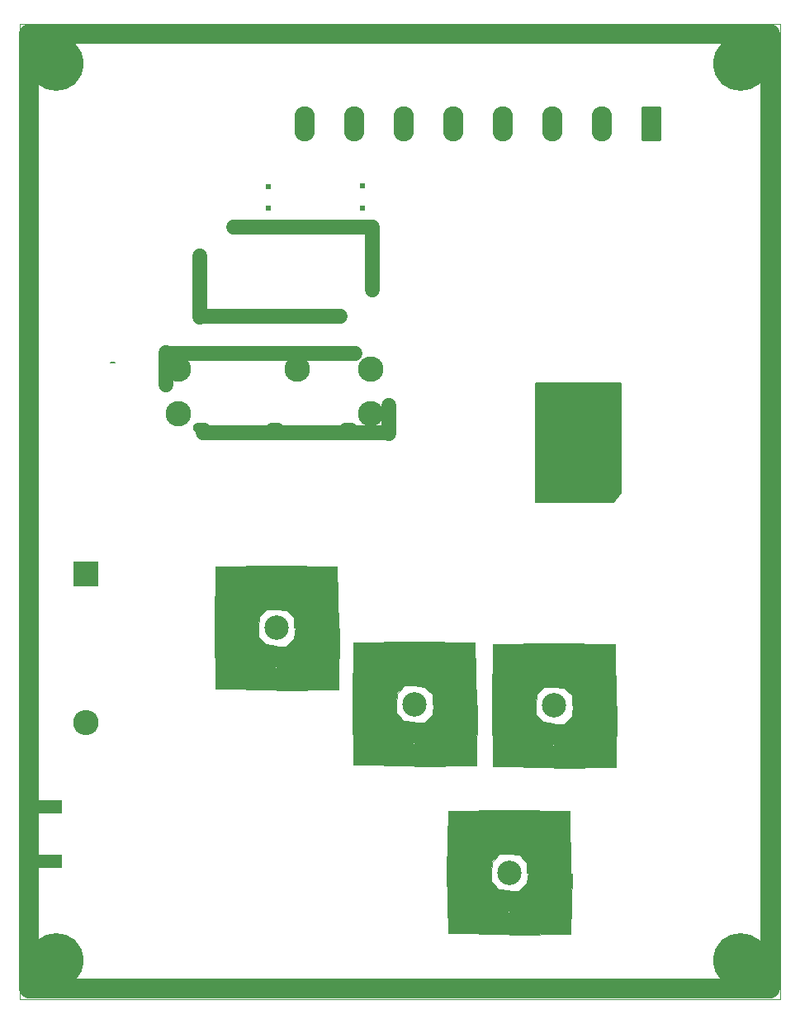
<source format=gbs>
G04 #@! TF.GenerationSoftware,KiCad,Pcbnew,(7.0.0-0)*
G04 #@! TF.CreationDate,2023-05-11T07:35:05+02:00*
G04 #@! TF.ProjectId,Filter-forest-v3,46696c74-6572-42d6-966f-726573742d76,rev?*
G04 #@! TF.SameCoordinates,Original*
G04 #@! TF.FileFunction,Soldermask,Bot*
G04 #@! TF.FilePolarity,Negative*
%FSLAX46Y46*%
G04 Gerber Fmt 4.6, Leading zero omitted, Abs format (unit mm)*
G04 Created by KiCad (PCBNEW (7.0.0-0)) date 2023-05-11 07:35:05*
%MOMM*%
%LPD*%
G01*
G04 APERTURE LIST*
G04 Aperture macros list*
%AMRoundRect*
0 Rectangle with rounded corners*
0 $1 Rounding radius*
0 $2 $3 $4 $5 $6 $7 $8 $9 X,Y pos of 4 corners*
0 Add a 4 corners polygon primitive as box body*
4,1,4,$2,$3,$4,$5,$6,$7,$8,$9,$2,$3,0*
0 Add four circle primitives for the rounded corners*
1,1,$1+$1,$2,$3*
1,1,$1+$1,$4,$5*
1,1,$1+$1,$6,$7*
1,1,$1+$1,$8,$9*
0 Add four rect primitives between the rounded corners*
20,1,$1+$1,$2,$3,$4,$5,0*
20,1,$1+$1,$4,$5,$6,$7,0*
20,1,$1+$1,$6,$7,$8,$9,0*
20,1,$1+$1,$8,$9,$2,$3,0*%
G04 Aperture macros list end*
%ADD10C,2.000000*%
%ADD11C,1.500000*%
%ADD12C,0.200000*%
%ADD13C,0.150000*%
%ADD14C,0.120000*%
%ADD15R,2.600000X2.600000*%
%ADD16O,2.600000X2.600000*%
%ADD17C,0.610000*%
%ADD18C,2.500000*%
%ADD19C,3.500000*%
%ADD20C,5.600000*%
%ADD21R,4.200000X1.350000*%
%ADD22RoundRect,0.249999X0.790001X1.550001X-0.790001X1.550001X-0.790001X-1.550001X0.790001X-1.550001X0*%
%ADD23O,2.080000X3.600000*%
%ADD24C,2.610000*%
%ADD25O,1.800000X1.000000*%
G04 #@! TA.AperFunction,Profile*
%ADD26C,0.100000*%
G04 #@! TD*
G04 APERTURE END LIST*
D10*
X89120000Y-30960000D02*
X165122978Y-30960000D01*
X165122978Y-30960000D02*
X165122978Y-128870000D01*
X165122978Y-128870000D02*
X89120000Y-128870000D01*
X89120000Y-128870000D02*
X89120000Y-30960000D01*
D11*
X126040000Y-69100000D02*
X126040000Y-71955000D01*
D12*
G36*
X149780000Y-78051166D02*
G01*
X149005646Y-78969585D01*
X141110000Y-78960000D01*
X141100000Y-78670000D01*
X141100000Y-69880000D01*
X141110000Y-66780000D01*
X144280000Y-66780000D01*
X149780000Y-66780000D01*
X149780000Y-78051166D01*
G37*
X149780000Y-78051166D02*
X149005646Y-78969585D01*
X141110000Y-78960000D01*
X141100000Y-78670000D01*
X141100000Y-69880000D01*
X141110000Y-66780000D01*
X144280000Y-66780000D01*
X149780000Y-66780000D01*
X149780000Y-78051166D01*
D13*
X97500000Y-64650000D02*
X97900000Y-64650000D01*
D11*
X103120000Y-66970000D02*
X103120000Y-63700000D01*
X103149375Y-63730000D02*
X122550625Y-63730000D01*
X126015000Y-71910000D02*
X106985000Y-71910000D01*
X121055000Y-59950000D02*
X106605000Y-59950000D01*
X106620000Y-59981000D02*
X106620000Y-53760000D01*
X124340000Y-57239000D02*
X124340000Y-50861000D01*
X110070000Y-50822000D02*
X124330000Y-50822000D01*
G36*
X128660000Y-97810000D02*
G01*
X127660000Y-97810000D01*
X126860000Y-98610000D01*
X126760000Y-99710000D01*
X122260000Y-99610000D01*
X122360000Y-93410000D01*
X128660000Y-93310000D01*
X128660000Y-97810000D01*
G37*
D14*
X128660000Y-97810000D02*
X127660000Y-97810000D01*
X126860000Y-98610000D01*
X126760000Y-99710000D01*
X122260000Y-99610000D01*
X122360000Y-93410000D01*
X128660000Y-93310000D01*
X128660000Y-97810000D01*
G36*
X126760000Y-100610000D02*
G01*
X127560000Y-101410000D01*
X128660000Y-101510000D01*
X128560000Y-106010000D01*
X122360000Y-105910000D01*
X122260000Y-99610000D01*
X126760000Y-99610000D01*
X126760000Y-100610000D01*
G37*
X126760000Y-100610000D02*
X127560000Y-101410000D01*
X128660000Y-101510000D01*
X128560000Y-106010000D01*
X122360000Y-105910000D01*
X122260000Y-99610000D01*
X126760000Y-99610000D01*
X126760000Y-100610000D01*
G36*
X134860000Y-93410000D02*
G01*
X134960000Y-99710000D01*
X130460000Y-99710000D01*
X130460000Y-98710000D01*
X129660000Y-97910000D01*
X128560000Y-97810000D01*
X128660000Y-93310000D01*
X134860000Y-93410000D01*
G37*
X134860000Y-93410000D02*
X134960000Y-99710000D01*
X130460000Y-99710000D01*
X130460000Y-98710000D01*
X129660000Y-97910000D01*
X128560000Y-97810000D01*
X128660000Y-93310000D01*
X134860000Y-93410000D01*
G36*
X135060000Y-99810000D02*
G01*
X134960000Y-106010000D01*
X128660000Y-106110000D01*
X128660000Y-101610000D01*
X129660000Y-101610000D01*
X130460000Y-100810000D01*
X130560000Y-99710000D01*
X135060000Y-99810000D01*
G37*
X135060000Y-99810000D02*
X134960000Y-106010000D01*
X128660000Y-106110000D01*
X128660000Y-101610000D01*
X129660000Y-101610000D01*
X130460000Y-100810000D01*
X130560000Y-99710000D01*
X135060000Y-99810000D01*
G36*
X114510000Y-89980000D02*
G01*
X113510000Y-89980000D01*
X112710000Y-90780000D01*
X112610000Y-91880000D01*
X108110000Y-91780000D01*
X108210000Y-85580000D01*
X114510000Y-85480000D01*
X114510000Y-89980000D01*
G37*
X114510000Y-89980000D02*
X113510000Y-89980000D01*
X112710000Y-90780000D01*
X112610000Y-91880000D01*
X108110000Y-91780000D01*
X108210000Y-85580000D01*
X114510000Y-85480000D01*
X114510000Y-89980000D01*
G36*
X112610000Y-92780000D02*
G01*
X113410000Y-93580000D01*
X114510000Y-93680000D01*
X114410000Y-98180000D01*
X108210000Y-98080000D01*
X108110000Y-91780000D01*
X112610000Y-91780000D01*
X112610000Y-92780000D01*
G37*
X112610000Y-92780000D02*
X113410000Y-93580000D01*
X114510000Y-93680000D01*
X114410000Y-98180000D01*
X108210000Y-98080000D01*
X108110000Y-91780000D01*
X112610000Y-91780000D01*
X112610000Y-92780000D01*
G36*
X120710000Y-85580000D02*
G01*
X120810000Y-91880000D01*
X116310000Y-91880000D01*
X116310000Y-90880000D01*
X115510000Y-90080000D01*
X114410000Y-89980000D01*
X114510000Y-85480000D01*
X120710000Y-85580000D01*
G37*
X120710000Y-85580000D02*
X120810000Y-91880000D01*
X116310000Y-91880000D01*
X116310000Y-90880000D01*
X115510000Y-90080000D01*
X114410000Y-89980000D01*
X114510000Y-85480000D01*
X120710000Y-85580000D01*
G36*
X120910000Y-91980000D02*
G01*
X120810000Y-98180000D01*
X114510000Y-98280000D01*
X114510000Y-93780000D01*
X115510000Y-93780000D01*
X116310000Y-92980000D01*
X116410000Y-91880000D01*
X120910000Y-91980000D01*
G37*
X120910000Y-91980000D02*
X120810000Y-98180000D01*
X114510000Y-98280000D01*
X114510000Y-93780000D01*
X115510000Y-93780000D01*
X116310000Y-92980000D01*
X116410000Y-91880000D01*
X120910000Y-91980000D01*
G36*
X138380000Y-115060000D02*
G01*
X137380000Y-115060000D01*
X136580000Y-115860000D01*
X136480000Y-116960000D01*
X131980000Y-116860000D01*
X132080000Y-110660000D01*
X138380000Y-110560000D01*
X138380000Y-115060000D01*
G37*
X138380000Y-115060000D02*
X137380000Y-115060000D01*
X136580000Y-115860000D01*
X136480000Y-116960000D01*
X131980000Y-116860000D01*
X132080000Y-110660000D01*
X138380000Y-110560000D01*
X138380000Y-115060000D01*
G36*
X136480000Y-117860000D02*
G01*
X137280000Y-118660000D01*
X138380000Y-118760000D01*
X138280000Y-123260000D01*
X132080000Y-123160000D01*
X131980000Y-116860000D01*
X136480000Y-116860000D01*
X136480000Y-117860000D01*
G37*
X136480000Y-117860000D02*
X137280000Y-118660000D01*
X138380000Y-118760000D01*
X138280000Y-123260000D01*
X132080000Y-123160000D01*
X131980000Y-116860000D01*
X136480000Y-116860000D01*
X136480000Y-117860000D01*
G36*
X144580000Y-110660000D02*
G01*
X144680000Y-116960000D01*
X140180000Y-116960000D01*
X140180000Y-115960000D01*
X139380000Y-115160000D01*
X138280000Y-115060000D01*
X138380000Y-110560000D01*
X144580000Y-110660000D01*
G37*
X144580000Y-110660000D02*
X144680000Y-116960000D01*
X140180000Y-116960000D01*
X140180000Y-115960000D01*
X139380000Y-115160000D01*
X138280000Y-115060000D01*
X138380000Y-110560000D01*
X144580000Y-110660000D01*
G36*
X144780000Y-117060000D02*
G01*
X144680000Y-123260000D01*
X138380000Y-123360000D01*
X138380000Y-118860000D01*
X139380000Y-118860000D01*
X140180000Y-118060000D01*
X140280000Y-116960000D01*
X144780000Y-117060000D01*
G37*
X144780000Y-117060000D02*
X144680000Y-123260000D01*
X138380000Y-123360000D01*
X138380000Y-118860000D01*
X139380000Y-118860000D01*
X140180000Y-118060000D01*
X140280000Y-116960000D01*
X144780000Y-117060000D01*
G36*
X142970000Y-97940000D02*
G01*
X141970000Y-97940000D01*
X141170000Y-98740000D01*
X141070000Y-99840000D01*
X136570000Y-99740000D01*
X136670000Y-93540000D01*
X142970000Y-93440000D01*
X142970000Y-97940000D01*
G37*
X142970000Y-97940000D02*
X141970000Y-97940000D01*
X141170000Y-98740000D01*
X141070000Y-99840000D01*
X136570000Y-99740000D01*
X136670000Y-93540000D01*
X142970000Y-93440000D01*
X142970000Y-97940000D01*
G36*
X141070000Y-100740000D02*
G01*
X141870000Y-101540000D01*
X142970000Y-101640000D01*
X142870000Y-106140000D01*
X136670000Y-106040000D01*
X136570000Y-99740000D01*
X141070000Y-99740000D01*
X141070000Y-100740000D01*
G37*
X141070000Y-100740000D02*
X141870000Y-101540000D01*
X142970000Y-101640000D01*
X142870000Y-106140000D01*
X136670000Y-106040000D01*
X136570000Y-99740000D01*
X141070000Y-99740000D01*
X141070000Y-100740000D01*
G36*
X149170000Y-93540000D02*
G01*
X149270000Y-99840000D01*
X144770000Y-99840000D01*
X144770000Y-98840000D01*
X143970000Y-98040000D01*
X142870000Y-97940000D01*
X142970000Y-93440000D01*
X149170000Y-93540000D01*
G37*
X149170000Y-93540000D02*
X149270000Y-99840000D01*
X144770000Y-99840000D01*
X144770000Y-98840000D01*
X143970000Y-98040000D01*
X142870000Y-97940000D01*
X142970000Y-93440000D01*
X149170000Y-93540000D01*
G36*
X149370000Y-99940000D02*
G01*
X149270000Y-106140000D01*
X142970000Y-106240000D01*
X142970000Y-101740000D01*
X143970000Y-101740000D01*
X144770000Y-100940000D01*
X144870000Y-99840000D01*
X149370000Y-99940000D01*
G37*
X149370000Y-99940000D02*
X149270000Y-106140000D01*
X142970000Y-106240000D01*
X142970000Y-101740000D01*
X143970000Y-101740000D01*
X144770000Y-100940000D01*
X144870000Y-99840000D01*
X149370000Y-99940000D01*
D15*
X94899999Y-86319999D03*
D16*
X94899999Y-101559999D03*
D17*
X113691000Y-48857000D03*
X113691000Y-46647000D03*
D18*
X128660000Y-99710000D03*
D19*
X124260000Y-95410000D03*
X124360000Y-103910000D03*
X132960000Y-95410000D03*
X132960000Y-104010000D03*
D18*
X114510000Y-91880000D03*
D19*
X110110000Y-87580000D03*
X110210000Y-96080000D03*
X118810000Y-87580000D03*
X118810000Y-96180000D03*
D17*
X123341000Y-48807000D03*
X123341000Y-46597000D03*
D20*
X162104404Y-34030000D03*
D18*
X138380000Y-116960000D03*
D19*
X133980000Y-112660000D03*
X134080000Y-121160000D03*
X142680000Y-112660000D03*
X142680000Y-121260000D03*
D20*
X91864000Y-34030000D03*
D18*
X142970000Y-99840000D03*
D19*
X138570000Y-95540000D03*
X138670000Y-104040000D03*
X147270000Y-95540000D03*
X147270000Y-104140000D03*
D21*
X90359999Y-110204999D03*
X90359999Y-115854999D03*
D22*
X152950000Y-40190000D03*
D23*
X147869999Y-40189999D03*
X142789999Y-40189999D03*
X137709999Y-40189999D03*
X132629999Y-40189999D03*
X127549999Y-40189999D03*
X122469999Y-40189999D03*
X117389999Y-40189999D03*
D20*
X91864000Y-125978000D03*
X162104404Y-125978000D03*
D24*
X124146480Y-69926160D03*
X104440000Y-69920000D03*
X104440000Y-65320000D03*
X124146480Y-65326160D03*
D25*
X121929999Y-63929999D03*
X121829999Y-71329999D03*
D24*
X116630000Y-65330000D03*
D25*
X114429999Y-63929999D03*
X114329999Y-71329999D03*
X106929999Y-63929999D03*
X106829999Y-71329999D03*
D26*
X88138000Y-30004383D02*
X166158804Y-30004383D01*
X166158804Y-30004383D02*
X166158804Y-129944383D01*
X166158804Y-129944383D02*
X88138000Y-129944383D01*
X88138000Y-129944383D02*
X88138000Y-30004383D01*
M02*

</source>
